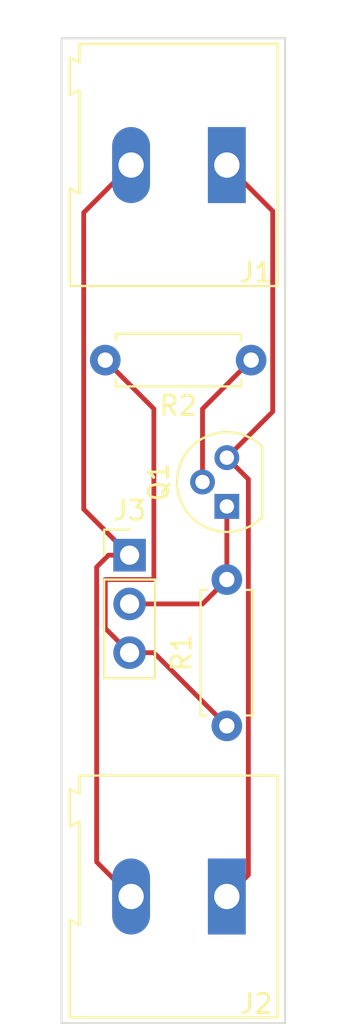
<source format=kicad_pcb>
(kicad_pcb (version 20211014) (generator pcbnew)
  (layers (0 "F.Cu" signal) (31 "B.Cu" signal) (34 "B.Paste" user) (35 "F.Paste" user) (36 "B.SilkS" user "B.Silkscreen") (37 "F.SilkS" user "F.Silkscreen") (38 "B.Mask" user) (39 "F.Mask" user) (44 "Edge.Cuts" user))
  (net 0 "")
  (net 1 "/LP")
  (net 2 "GND")
  (net 3 "VCC")
  (net 4 "/LP_TTL")
  (net 5 "Net-(Q1-Pad2)")
  (footprint "TerminalBlock:TerminalBlock_Altech_AK300-2_P5.00mm" (layer "F.Cu") (at 99.06 40.64 180)
    (fp_text reference "J1" (at -1.524 -5.588) (layer "F.SilkS"))
    (fp_text value "Screw_Terminal_01x02")
    (fp_line (start 7.7 3.9) (end 7.7 -1.5) (layer "F.SilkS") (width 0.12))
    (fp_line (start 8.2 5.6) (end 8.2 3.7) (layer "F.SilkS") (width 0.12))
    (fp_line (start 8.2 3.65) (end 7.7 3.9) (layer "F.SilkS") (width 0.12))
    (fp_line (start 7.7 5.35) (end 8.2 5.6) (layer "F.SilkS") (width 0.12))
    (fp_line (start 8.2 -1.2) (end 8.2 -6.3) (layer "F.SilkS") (width 0.12))
    (fp_line (start 8.2 3.7) (end 8.2 3.65) (layer "F.SilkS") (width 0.12))
    (fp_line (start -2.65 6.3) (end 7.7 6.3) (layer "F.SilkS") (width 0.12))
    (fp_line (start -2.65 -6.3) (end -2.65 6.3) (layer "F.SilkS") (width 0.12))
    (fp_line (start 7.7 -1.5) (end 8.2 -1.2) (layer "F.SilkS") (width 0.12))
    (fp_line (start 7.7 6.3) (end 7.7 5.35) (layer "F.SilkS") (width 0.12))
    (fp_line (start 8.2 -6.3) (end -2.65 -6.3) (layer "F.SilkS") (width 0.12))
    (pad "1" thru_hole rect (at 0 0 180) (size 1.98 3.96) (drill 1.32) (layers *.Cu *.Mask) (net 1 "/LP"))
    (pad "2" thru_hole oval (at 5 0 180) (size 1.98 3.96) (drill 1.32) (layers *.Cu *.Mask) (net 2 "GND"))
  )
  (footprint "Package_TO_SOT_THT:TO-92" (layer "F.Cu") (at 99.06 58.42 90)
    (fp_text reference "Q1" (at 1.27 -3.56 90) (layer "F.SilkS"))
    (fp_text value "BC337")
    (fp_line (start -0.53 1.85) (end 3.07 1.85) (layer "F.SilkS") (width 0.12))
    (fp_arc (start 1.27 -2.6) (mid 3.672087 -0.994977) (end 3.108478 1.838478) (layer "F.SilkS") (width 0.12))
    (fp_arc (start -0.568478 1.838478) (mid -1.132087 -0.994977) (end 1.27 -2.6) (layer "F.SilkS") (width 0.12))
    (pad "1" thru_hole rect (at 0 0 90) (size 1.3 1.3) (drill 0.75) (layers *.Cu *.Mask) (net 4 "/LP_TTL"))
    (pad "2" thru_hole circle (at 1.27 -1.27 90) (size 1.3 1.3) (drill 0.75) (layers *.Cu *.Mask) (net 5 "Net-(Q1-Pad2)"))
    (pad "3" thru_hole circle (at 2.54 0 90) (size 1.3 1.3) (drill 0.75) (layers *.Cu *.Mask) (net 1 "/LP"))
  )
  (footprint "TerminalBlock:TerminalBlock_Altech_AK300-2_P5.00mm" (layer "F.Cu") (at 99.06 78.74 180)
    (fp_text reference "J2" (at -1.524 -5.588) (layer "F.SilkS"))
    (fp_text value "Screw_Terminal_01x02")
    (fp_line (start 8.2 5.6) (end 8.2 3.7) (layer "F.SilkS") (width 0.12))
    (fp_line (start 8.2 3.65) (end 7.7 3.9) (layer "F.SilkS") (width 0.12))
    (fp_line (start -2.65 6.3) (end 7.7 6.3) (layer "F.SilkS") (width 0.12))
    (fp_line (start 8.2 3.7) (end 8.2 3.65) (layer "F.SilkS") (width 0.12))
    (fp_line (start 7.7 6.3) (end 7.7 5.35) (layer "F.SilkS") (width 0.12))
    (fp_line (start 8.2 -1.2) (end 8.2 -6.3) (layer "F.SilkS") (width 0.12))
    (fp_line (start 7.7 -1.5) (end 8.2 -1.2) (layer "F.SilkS") (width 0.12))
    (fp_line (start -2.65 -6.3) (end -2.65 6.3) (layer "F.SilkS") (width 0.12))
    (fp_line (start 7.7 5.35) (end 8.2 5.6) (layer "F.SilkS") (width 0.12))
    (fp_line (start 7.7 3.9) (end 7.7 -1.5) (layer "F.SilkS") (width 0.12))
    (fp_line (start 8.2 -6.3) (end -2.65 -6.3) (layer "F.SilkS") (width 0.12))
    (pad "1" thru_hole rect (at 0 0 180) (size 1.98 3.96) (drill 1.32) (layers *.Cu *.Mask) (net 1 "/LP"))
    (pad "2" thru_hole oval (at 5 0 180) (size 1.98 3.96) (drill 1.32) (layers *.Cu *.Mask) (net 2 "GND"))
  )
  (footprint "Resistor_THT:R_Axial_DIN0207_L6.3mm_D2.5mm_P7.62mm_Horizontal" (layer "F.Cu") (at 99.06 69.85 90)
    (fp_text reference "R1" (at 3.81 -2.37 90) (layer "F.SilkS"))
    (fp_text value "47k")
    (fp_line (start 0.54 -1.04) (end 0.54 -1.37) (layer "F.SilkS") (width 0.12))
    (fp_line (start 0.54 -1.37) (end 7.08 -1.37) (layer "F.SilkS") (width 0.12))
    (fp_line (start 0.54 1.37) (end 7.08 1.37) (layer "F.SilkS") (width 0.12))
    (fp_line (start 7.08 1.37) (end 7.08 1.04) (layer "F.SilkS") (width 0.12))
    (fp_line (start 0.54 1.04) (end 0.54 1.37) (layer "F.SilkS") (width 0.12))
    (fp_line (start 7.08 -1.37) (end 7.08 -1.04) (layer "F.SilkS") (width 0.12))
    (pad "1" thru_hole circle (at 0 0 90) (size 1.6 1.6) (drill 0.8) (layers *.Cu *.Mask) (net 3 "VCC"))
    (pad "2" thru_hole oval (at 7.62 0 90) (size 1.6 1.6) (drill 0.8) (layers *.Cu *.Mask) (net 4 "/LP_TTL"))
  )
  (footprint "Resistor_THT:R_Axial_DIN0207_L6.3mm_D2.5mm_P7.62mm_Horizontal" (layer "F.Cu") (at 100.33 50.8 180)
    (fp_text reference "R2" (at 3.81 -2.37) (layer "F.SilkS"))
    (fp_text value "10k")
    (fp_line (start 7.08 -1.37) (end 7.08 -1.04) (layer "F.SilkS") (width 0.12))
    (fp_line (start 0.54 -1.37) (end 7.08 -1.37) (layer "F.SilkS") (width 0.12))
    (fp_line (start 0.54 1.37) (end 7.08 1.37) (layer "F.SilkS") (width 0.12))
    (fp_line (start 0.54 -1.04) (end 0.54 -1.37) (layer "F.SilkS") (width 0.12))
    (fp_line (start 0.54 1.04) (end 0.54 1.37) (layer "F.SilkS") (width 0.12))
    (fp_line (start 7.08 1.37) (end 7.08 1.04) (layer "F.SilkS") (width 0.12))
    (pad "1" thru_hole circle (at 0 0 180) (size 1.6 1.6) (drill 0.8) (layers *.Cu *.Mask) (net 5 "Net-(Q1-Pad2)"))
    (pad "2" thru_hole oval (at 7.62 0 180) (size 1.6 1.6) (drill 0.8) (layers *.Cu *.Mask) (net 3 "VCC"))
  )
  (footprint "Connector_PinHeader_2.54mm:PinHeader_1x03_P2.54mm_Vertical" (layer "F.Cu") (at 93.98 60.96)
    (fp_text reference "J3" (at 0 -2.33) (layer "F.SilkS"))
    (fp_text value "Conn_01x03_Male")
    (fp_line (start -1.33 6.41) (end 1.33 6.41) (layer "F.SilkS") (width 0.12))
    (fp_line (start 1.33 1.27) (end 1.33 6.41) (layer "F.SilkS") (width 0.12))
    (fp_line (start -1.33 0) (end -1.33 -1.33) (layer "F.SilkS") (width 0.12))
    (fp_line (start -1.33 1.27) (end 1.33 1.27) (layer "F.SilkS") (width 0.12))
    (fp_line (start -1.33 -1.33) (end 0 -1.33) (layer "F.SilkS") (width 0.12))
    (fp_line (start -1.33 1.27) (end -1.33 6.41) (layer "F.SilkS") (width 0.12))
    (pad "1" thru_hole rect (at 0 0) (size 1.7 1.7) (drill 1) (layers *.Cu *.Mask) (net 2 "GND"))
    (pad "2" thru_hole oval (at 0 2.54) (size 1.7 1.7) (drill 1) (layers *.Cu *.Mask) (net 4 "/LP_TTL"))
    (pad "3" thru_hole oval (at 0 5.08) (size 1.7 1.7) (drill 1) (layers *.Cu *.Mask) (net 3 "VCC"))
  )
  (gr_line (start 90.424 34.036) (end 102.108 34.036) (layer "Edge.Cuts") (width 0.1))
  (gr_line (start 90.424 85.344) (end 90.424 34.036) (layer "Edge.Cuts") (width 0.1))
  (gr_line (start 102.108 34.036) (end 102.108 85.344) (layer "Edge.Cuts") (width 0.1))
  (gr_line (start 102.108 85.344) (end 90.424 85.344) (layer "Edge.Cuts") (width 0.1))
  (segment (start 99.06 40.64) (end 101.454511 43.034511) (width 0.25) (layer "F.Cu") (net 1))
  (segment (start 100.184511 57.004511) (end 99.06 55.88) (width 0.25) (layer "F.Cu") (net 1))
  (segment (start 99.06 78.74) (end 100.184511 77.615489) (width 0.25) (layer "F.Cu") (net 1))
  (segment (start 101.454511 53.485489) (end 99.06 55.88) (width 0.25) (layer "F.Cu") (net 1))
  (segment (start 100.184511 77.615489) (end 100.184511 57.004511) (width 0.25) (layer "F.Cu") (net 1))
  (segment (start 101.454511 43.034511) (end 101.454511 53.485489) (width 0.25) (layer "F.Cu") (net 1))
  (segment (start 92.26048 76.94048) (end 94.06 78.74) (width 0.25) (layer "F.Cu") (net 2))
  (segment (start 91.585489 43.114511) (end 91.585489 58.565489) (width 0.25) (layer "F.Cu") (net 2))
  (segment (start 93.98 60.96) (end 92.88 60.96) (width 0.25) (layer "F.Cu") (net 2))
  (segment (start 92.88 60.96) (end 92.26048 61.57952) (width 0.25) (layer "F.Cu") (net 2))
  (segment (start 91.585489 58.565489) (end 93.98 60.96) (width 0.25) (layer "F.Cu") (net 2))
  (segment (start 92.26048 61.57952) (end 92.26048 76.94048) (width 0.25) (layer "F.Cu") (net 2))
  (segment (start 94.06 40.64) (end 91.585489 43.114511) (width 0.25) (layer "F.Cu") (net 2))
  (segment (start 92.71 64.77) (end 93.98 66.04) (width 0.25) (layer "F.Cu") (net 3))
  (segment (start 95.25 62.23) (end 92.71 62.23) (width 0.25) (layer "F.Cu") (net 3))
  (segment (start 92.71 62.23) (end 92.71 64.77) (width 0.25) (layer "F.Cu") (net 3))
  (segment (start 93.98 66.04) (end 95.25 66.04) (width 0.25) (layer "F.Cu") (net 3))
  (segment (start 95.25 66.04) (end 99.06 69.85) (width 0.25) (layer "F.Cu") (net 3))
  (segment (start 95.25 53.34) (end 95.25 62.23) (width 0.25) (layer "F.Cu") (net 3))
  (segment (start 92.71 50.8) (end 95.25 53.34) (width 0.25) (layer "F.Cu") (net 3))
  (segment (start 97.79 63.5) (end 99.06 62.23) (width 0.25) (layer "F.Cu") (net 4))
  (segment (start 93.98 63.5) (end 97.79 63.5) (width 0.25) (layer "F.Cu") (net 4))
  (segment (start 99.06 62.23) (end 99.06 58.42) (width 0.25) (layer "F.Cu") (net 4))
  (segment (start 97.79 57.15) (end 97.79 53.34) (width 0.25) (layer "F.Cu") (net 5))
  (segment (start 97.79 53.34) (end 100.33 50.8) (width 0.25) (layer "F.Cu") (net 5))
)
</source>
